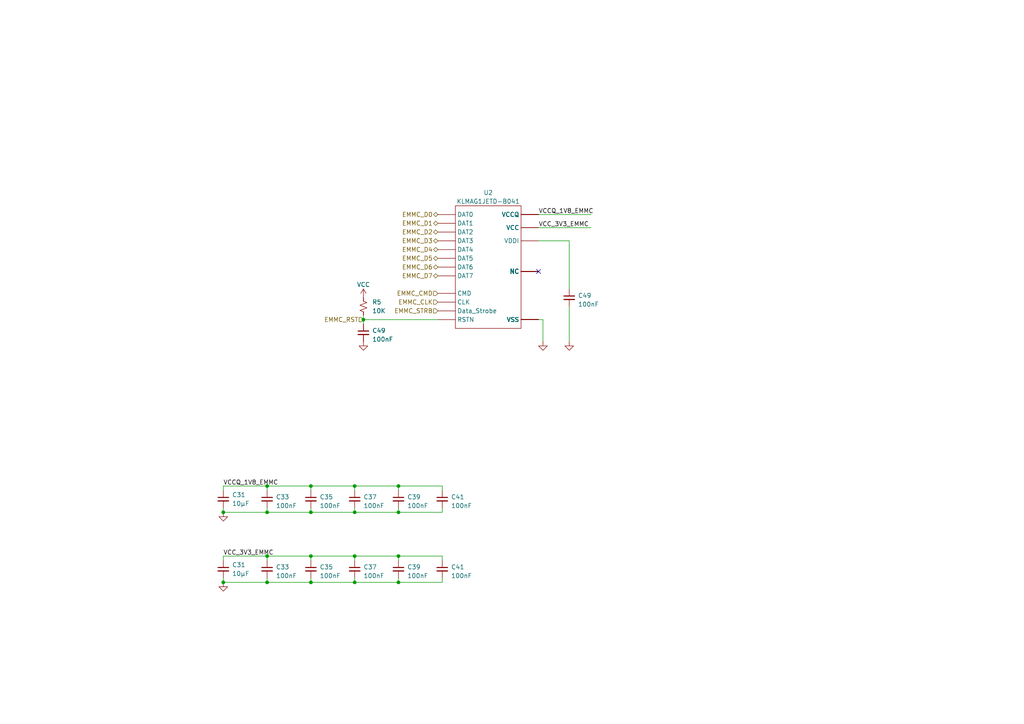
<source format=kicad_sch>
(kicad_sch (version 20230121) (generator eeschema)
  (paper "A4")
  (title_block (title "EMMC Memory") (date "2023-03-30") (rev "A"))
  (lib_symbols
    (symbol "Device:C_Small" (pin_numbers hide) (pin_names (offset 0.254) hide)
      (property "Reference" "C" (at 0.254 1.778 0))
      (property "Value" "C_Small" (at 0.254 -2.032 0))
      (symbol "C_Small_0_1"
        (polyline (pts (xy -1.524 -0.508) (xy 1.524 -0.508)) (stroke (width 0.3302)))
        (polyline (pts (xy -1.524 0.508) (xy 1.524 0.508)) (stroke (width 0.3048)))
      )
      (symbol "C_Small_1_1"
        (pin passive line (at 0 2.54 270) (length 2.032) (name "~") (number "1"))
        (pin passive line (at 0 -2.54 90) (length 2.032) (name "~") (number "2"))
      )
    )
    (symbol "Device:R_Small_US" (pin_numbers hide) (pin_names (offset 0.254) hide)
      (property "Reference" "R" (at 0.762 0.508 0))
      (property "Value" "R_Small_US" (at 0.762 -1.016 0))
      (symbol "R_Small_US_1_1"
        (polyline (pts (xy 0 0) (xy 1.016 -0.381) (xy 0 -0.762) (xy -1.016 -1.143) (xy 0 -1.524)))
        (polyline (pts (xy 0 1.524) (xy 1.016 1.143) (xy 0 0.762) (xy -1.016 0.381) (xy 0 0)))
        (pin passive line (at 0 2.54 270) (length 1.016) (name "~") (number "1"))
        (pin passive line (at 0 -2.54 90) (length 1.016) (name "~") (number "2"))
      )
    )
    (symbol "emilio_lib:KLMAG1JETD-B041" (pin_numbers hide)
      (property "Reference" "U" (at -7.62 17.78 0))
      (symbol "KLMAG1JETD-B041_0_1"
        (rectangle (start -8.89 16.51) (end 10.16 -19.05))
      )
      (symbol "KLMAG1JETD-B041_1_1"
        (pin passive line (at 15.24 -2.54 180) (length 5.08) (name "NC") (number "A1"))
        (pin passive line (at 15.24 -2.54 180) (length 5.08) (name "NC") (number "A10"))
        (pin passive line (at 15.24 -2.54 180) (length 5.08) (name "NC") (number "A11"))
        (pin passive line (at 15.24 -2.54 180) (length 5.08) (name "NC") (number "A12"))
        (pin passive line (at 15.24 -2.54 180) (length 5.08) (name "NC") (number "A13"))
        (pin passive line (at 15.24 -2.54 180) (length 5.08) (name "NC") (number "A14"))
        (pin passive line (at 15.24 -2.54 180) (length 5.08) (name "NC") (number "A2"))
        (pin passive line (at -13.97 13.97 0) (length 5.08) (name "DAT0") (number "A3"))
        (pin passive line (at -13.97 11.43 0) (length 5.08) (name "DAT1") (number "A4"))
        (pin passive line (at -13.97 8.89 0) (length 5.08) (name "DAT2") (number "A5"))
        (pin power_in line (at 15.24 -16.51 180) (length 5.08) (name "VSS") (number "A6"))
        (pin passive line (at 15.24 -2.54 180) (length 5.08) (name "NC") (number "A8"))
        (pin passive line (at 15.24 -2.54 180) (length 5.08) (name "NC") (number "A9"))
        (pin passive line (at 15.24 -2.54 180) (length 5.08) (name "NC") (number "B1"))
        (pin passive line (at 15.24 -2.54 180) (length 5.08) (name "NC") (number "B10"))
        (pin passive line (at 15.24 -2.54 180) (length 5.08) (name "NC") (number "B11"))
        (pin passive line (at 15.24 -2.54 180) (length 5.08) (name "NC") (number "B11"))
        (pin passive line (at 15.24 -2.54 180) (length 5.08) (name "NC") (number "B12"))
        (pin passive line (at 15.24 -2.54 180) (length 5.08) (name "NC") (number "B13"))
        (pin passive line (at 15.24 -2.54 180) (length 5.08) (name "NC") (number "B14"))
        (pin passive line (at -13.97 6.35 0) (length 5.08) (name "DAT3") (number "B2"))
        (pin passive line (at 15.24 -2.54 180) (length 5.08) (name "NC") (number "B2"))
        (pin passive line (at -13.97 3.81 0) (length 5.08) (name "DAT4") (number "B3"))
        (pin passive line (at -13.97 1.27 0) (length 5.08) (name "DAT5") (number "B4"))
        (pin passive line (at -13.97 -1.27 0) (length 5.08) (name "DAT6") (number "B5"))
        (pin passive line (at -13.97 -3.81 0) (length 5.08) (name "DAT7") (number "B6"))
        (pin passive line (at 15.24 -2.54 180) (length 5.08) (name "NC") (number "B8"))
        (pin passive line (at 15.24 -2.54 180) (length 5.08) (name "NC") (number "B9"))
        (pin passive line (at 15.24 -2.54 180) (length 5.08) (name "NC") (number "C1"))
        (pin passive line (at 15.24 -2.54 180) (length 5.08) (name "NC") (number "C10"))
        (pin passive line (at 15.24 -2.54 180) (length 5.08) (name "NC") (number "C11"))
        (pin passive line (at 15.24 -2.54 180) (length 5.08) (name "NC") (number "C12"))
        (pin passive line (at 15.24 -2.54 180) (length 5.08) (name "NC") (number "C13"))
        (pin passive line (at 15.24 -2.54 180) (length 5.08) (name "NC") (number "C14"))
        (pin passive line (at 15.24 -2.54 180) (length 5.08) (name "NC") (number "C2"))
        (pin passive line (at 15.24 6.35 180) (length 5.08) (name "VDDI") (number "C2"))
        (pin power_in line (at 15.24 -16.51 180) (length 5.08) (name "VSS") (number "C4"))
        (pin power_in line (at 15.24 13.97 180) (length 5.08) (name "VCCQ") (number "C6"))
        (pin passive line (at 15.24 -2.54 180) (length 5.08) (name "NC") (number "C8"))
        (pin passive line (at 15.24 -2.54 180) (length 5.08) (name "NC") (number "C9"))
        (pin passive line (at 15.24 -2.54 180) (length 5.08) (name "NC") (number "D1"))
        (pin passive line (at 15.24 -2.54 180) (length 5.08) (name "NC") (number "D12"))
        (pin passive line (at 15.24 -2.54 180) (length 5.08) (name "NC") (number "D13"))
        (pin passive line (at 15.24 -2.54 180) (length 5.08) (name "NC") (number "D14"))
        (pin passive line (at 15.24 -2.54 180) (length 5.08) (name "NC") (number "D2"))
        (pin passive line (at 15.24 -2.54 180) (length 5.08) (name "NC") (number "D3"))
        (pin passive line (at 15.24 -2.54 180) (length 5.08) (name "NC") (number "D3"))
        (pin passive line (at 15.24 -2.54 180) (length 5.08) (name "NC") (number "D4"))
        (pin passive line (at 15.24 -2.54 180) (length 5.08) (name "NC") (number "E1"))
        (pin passive line (at 15.24 -2.54 180) (length 5.08) (name "NC") (number "E12"))
        (pin passive line (at 15.24 -2.54 180) (length 5.08) (name "NC") (number "E13"))
        (pin passive line (at 15.24 -2.54 180) (length 5.08) (name "NC") (number "E14"))
        (pin passive line (at 15.24 -2.54 180) (length 5.08) (name "NC") (number "E2"))
        (pin passive line (at 15.24 -2.54 180) (length 5.08) (name "NC") (number "E3"))
        (pin power_in line (at 15.24 10.16 180) (length 5.08) (name "VCC") (number "E6"))
        (pin power_in line (at 15.24 -16.51 180) (length 5.08) (name "VSS") (number "E7"))
        (pin passive line (at 15.24 -2.54 180) (length 5.08) (name "NC") (number "F1"))
        (pin passive line (at 15.24 -2.54 180) (length 5.08) (name "NC") (number "F12"))
        (pin passive line (at 15.24 -2.54 180) (length 5.08) (name "NC") (number "F13"))
        (pin passive line (at 15.24 -2.54 180) (length 5.08) (name "NC") (number "F14"))
        (pin passive line (at 15.24 -2.54 180) (length 5.08) (name "NC") (number "F2"))
        (pin passive line (at 15.24 -2.54 180) (length 5.08) (name "NC") (number "F3"))
        (pin passive line (at 15.24 -2.54 180) (length 5.08) (name "NC") (number "F5"))
        (pin power_in line (at 15.24 10.16 180) (length 5.08) (name "VCC") (number "F5"))
        (pin passive line (at 15.24 -2.54 180) (length 5.08) (name "NC") (number "G1"))
        (pin passive line (at 15.24 -2.54 180) (length 5.08) (name "NC") (number "G12"))
        (pin passive line (at 15.24 -2.54 180) (length 5.08) (name "NC") (number "G13"))
        (pin passive line (at 15.24 -2.54 180) (length 5.08) (name "NC") (number "G14"))
        (pin passive line (at 15.24 -2.54 180) (length 5.08) (name "NC") (number "G2"))
        (pin power_in line (at 15.24 -16.51 180) (length 5.08) (name "VSS") (number "G5"))
        (pin passive line (at 15.24 -2.54 180) (length 5.08) (name "NC") (number "H1"))
        (pin power_in line (at 15.24 -16.51 180) (length 5.08) (name "VSS") (number "H10"))
        (pin passive line (at 15.24 -2.54 180) (length 5.08) (name "NC") (number "H12"))
        (pin passive line (at 15.24 -2.54 180) (length 5.08) (name "NC") (number "H13"))
        (pin passive line (at 15.24 -2.54 180) (length 5.08) (name "NC") (number "H14"))
        (pin passive line (at 15.24 -2.54 180) (length 5.08) (name "NC") (number "H2"))
        (pin passive line (at 15.24 -2.54 180) (length 5.08) (name "NC") (number "H3"))
        (pin passive line (at -13.97 -13.97 0) (length 5.08) (name "Data_Strobe") (number "H5"))
        (pin passive line (at 15.24 -2.54 180) (length 5.08) (name "NC") (number "J1"))
        (pin power_in line (at 15.24 10.16 180) (length 5.08) (name "VCC") (number "J10"))
        (pin passive line (at 15.24 -2.54 180) (length 5.08) (name "NC") (number "J12"))
        (pin passive line (at 15.24 -2.54 180) (length 5.08) (name "NC") (number "J13"))
        (pin passive line (at 15.24 -2.54 180) (length 5.08) (name "NC") (number "J14"))
        (pin passive line (at 15.24 -2.54 180) (length 5.08) (name "NC") (number "J2"))
        (pin passive line (at 15.24 -2.54 180) (length 5.08) (name "NC") (number "J3"))
        (pin power_in line (at 15.24 -16.51 180) (length 5.08) (name "VSS") (number "J5"))
        (pin passive line (at 15.24 -2.54 180) (length 5.08) (name "NC") (number "K1"))
        (pin passive line (at 15.24 -2.54 180) (length 5.08) (name "NC") (number "K12"))
        (pin passive line (at 15.24 -2.54 180) (length 5.08) (name "NC") (number "K13"))
        (pin passive line (at 15.24 -2.54 180) (length 5.08) (name "NC") (number "K14"))
        (pin passive line (at 15.24 -2.54 180) (length 5.08) (name "NC") (number "K2"))
        (pin passive line (at 15.24 -2.54 180) (length 5.08) (name "NC") (number "K3"))
        (pin passive line (at -13.97 -16.51 0) (length 5.08) (name "RSTN") (number "K5"))
        (pin power_in line (at 15.24 -16.51 180) (length 5.08) (name "VSS") (number "K8"))
        (pin power_in line (at 15.24 10.16 180) (length 5.08) (name "VCC") (number "K9"))
        (pin passive line (at 15.24 -2.54 180) (length 5.08) (name "NC") (number "L1"))
        (pin passive line (at 15.24 -2.54 180) (length 5.08) (name "NC") (number "L12"))
        (pin passive line (at 15.24 -2.54 180) (length 5.08) (name "NC") (number "L13"))
        (pin passive line (at 15.24 -2.54 180) (length 5.08) (name "NC") (number "L14"))
        (pin passive line (at 15.24 -2.54 180) (length 5.08) (name "NC") (number "L2"))
        (pin passive line (at 15.24 -2.54 180) (length 5.08) (name "NC") (number "L3"))
        (pin passive line (at 15.24 -2.54 180) (length 5.08) (name "NC") (number "M1"))
        (pin passive line (at 15.24 -2.54 180) (length 5.08) (name "NC") (number "M10"))
        (pin passive line (at 15.24 -2.54 180) (length 5.08) (name "NC") (number "M11"))
        (pin passive line (at 15.24 -2.54 180) (length 5.08) (name "NC") (number "M12"))
        (pin passive line (at 15.24 -2.54 180) (length 5.08) (name "NC") (number "M13"))
        (pin passive line (at 15.24 -2.54 180) (length 5.08) (name "NC") (number "M14"))
        (pin passive line (at 15.24 -2.54 180) (length 5.08) (name "NC") (number "M2"))
        (pin passive line (at 15.24 -2.54 180) (length 5.08) (name "NC") (number "M3"))
        (pin power_in line (at 15.24 13.97 180) (length 5.08) (name "VCCQ") (number "M4"))
        (pin passive line (at -13.97 -8.89 0) (length 5.08) (name "CMD") (number "M5"))
        (pin passive line (at -13.97 -11.43 0) (length 5.08) (name "CLK") (number "M6"))
        (pin passive line (at 15.24 -2.54 180) (length 5.08) (name "NC") (number "M7"))
        (pin passive line (at 15.24 -2.54 180) (length 5.08) (name "NC") (number "M8"))
        (pin passive line (at 15.24 -2.54 180) (length 5.08) (name "NC") (number "M9"))
        (pin passive line (at 15.24 -2.54 180) (length 5.08) (name "NC") (number "N1"))
        (pin passive line (at 15.24 -2.54 180) (length 5.08) (name "NC") (number "N10"))
        (pin passive line (at 15.24 -2.54 180) (length 5.08) (name "NC") (number "N11"))
        (pin passive line (at 15.24 -2.54 180) (length 5.08) (name "NC") (number "N12"))
        (pin passive line (at 15.24 -2.54 180) (length 5.08) (name "NC") (number "N13"))
        (pin passive line (at 15.24 -2.54 180) (length 5.08) (name "NC") (number "N14"))
        (pin power_in line (at 15.24 -16.51 180) (length 5.08) (name "VSS") (number "N2"))
        (pin passive line (at 15.24 -2.54 180) (length 5.08) (name "NC") (number "N3"))
        (pin power_in line (at 15.24 13.97 180) (length 5.08) (name "VCCQ") (number "N4"))
        (pin power_in line (at 15.24 -16.51 180) (length 5.08) (name "VSS") (number "N5"))
        (pin passive line (at 15.24 -2.54 180) (length 5.08) (name "NC") (number "N6"))
        (pin passive line (at 15.24 -2.54 180) (length 5.08) (name "NC") (number "N7"))
        (pin passive line (at 15.24 -2.54 180) (length 5.08) (name "NC") (number "N8"))
        (pin passive line (at 15.24 -2.54 180) (length 5.08) (name "NC") (number "N9"))
        (pin passive line (at 15.24 -2.54 180) (length 5.08) (name "NC") (number "P1"))
        (pin passive line (at 15.24 -2.54 180) (length 5.08) (name "NC") (number "P11"))
        (pin passive line (at 15.24 -2.54 180) (length 5.08) (name "NC") (number "P12"))
        (pin passive line (at 15.24 -2.54 180) (length 5.08) (name "NC") (number "P14"))
        (pin passive line (at 15.24 -2.54 180) (length 5.08) (name "NC") (number "P2"))
        (pin power_in line (at 15.24 13.97 180) (length 5.08) (name "VCCQ") (number "P3"))
        (pin power_in line (at 15.24 -16.51 180) (length 5.08) (name "VSS") (number "P6"))
        (pin passive line (at 15.24 -2.54 180) (length 5.08) (name "NC") (number "P8"))
        (pin passive line (at 15.24 -2.54 180) (length 5.08) (name "NC") (number "P9"))
      )
    )
    (symbol "power:GND" (power) (pin_names (offset 0))
      (property "Value" "GND" (at 0 -3.81 0))
      (symbol "GND_0_1"
        (polyline (pts (xy 0 0) (xy 0 -1.27) (xy 1.27 -1.27) (xy 0 -2.54) (xy -1.27 -1.27) (xy 0 -1.27)))
      )
      (symbol "GND_1_1"
        (pin power_in line (at 0 0 270) (length 0) hide (name "GND") (number "1"))
      )
    )
    (symbol "power:VCC" (power) (pin_names (offset 0))
      (property "Value" "VCC" (at 0 3.81 0))
      (symbol "VCC_0_1"
        (polyline (pts (xy -0.762 1.27) (xy 0 2.54)))
        (polyline (pts (xy 0 0) (xy 0 2.54)))
        (polyline (pts (xy 0 2.54) (xy 0.762 1.27)))
      )
      (symbol "VCC_1_1"
        (pin power_in line (at 0 0 90) (length 0) hide (name "VCC") (number "1"))
      )
    )
  )
  (junction (at 64.77 168.91))
  (junction (at 115.57 148.59))
  (junction (at 115.57 140.97))
  (junction (at 90.17 161.29))
  (junction (at 102.87 140.97))
  (junction (at 115.57 168.91))
  (junction (at 77.47 161.29))
  (junction (at 90.17 148.59))
  (junction (at 64.77 148.59))
  (junction (at 102.87 148.59))
  (junction (at 105.41 92.71))
  (junction (at 77.47 168.91))
  (junction (at 90.17 140.97))
  (junction (at 90.17 168.91))
  (junction (at 77.47 140.97))
  (junction (at 102.87 168.91))
  (junction (at 77.47 148.59))
  (junction (at 115.57 161.29))
  (junction (at 102.87 161.29))
  (no_connect (at 156.21 78.74))
  (wire (pts (xy 77.47 167.64) (xy 77.47 168.91)))
  (wire (pts (xy 105.41 92.71) (xy 105.41 91.44)))
  (wire (pts (xy 64.77 161.29) (xy 77.47 161.29)))
  (wire (pts (xy 64.77 162.56) (xy 64.77 161.29)))
  (wire (pts (xy 77.47 140.97) (xy 90.17 140.97)))
  (wire (pts (xy 90.17 161.29) (xy 102.87 161.29)))
  (wire (pts (xy 115.57 161.29) (xy 115.57 162.56)))
  (wire (pts (xy 115.57 147.32) (xy 115.57 148.59)))
  (wire (pts (xy 157.48 92.71) (xy 157.48 99.06)))
  (wire (pts (xy 102.87 161.29) (xy 102.87 162.56)))
  (wire (pts (xy 90.17 147.32) (xy 90.17 148.59)))
  (wire (pts (xy 115.57 140.97) (xy 115.57 142.24)))
  (wire (pts (xy 102.87 147.32) (xy 102.87 148.59)))
  (wire (pts (xy 156.21 92.71) (xy 157.48 92.71)))
  (wire (pts (xy 77.47 161.29) (xy 90.17 161.29)))
  (wire (pts (xy 156.21 69.85) (xy 165.1 69.85)))
  (wire (pts (xy 128.27 140.97) (xy 128.27 142.24)))
  (wire (pts (xy 115.57 161.29) (xy 128.27 161.29)))
  (wire (pts (xy 64.77 148.59) (xy 77.47 148.59)))
  (wire (pts (xy 90.17 140.97) (xy 90.17 142.24)))
  (wire (pts (xy 90.17 161.29) (xy 90.17 162.56)))
  (wire (pts (xy 64.77 140.97) (xy 77.47 140.97)))
  (wire (pts (xy 165.1 69.85) (xy 165.1 83.82)))
  (wire (pts (xy 102.87 140.97) (xy 102.87 142.24)))
  (wire (pts (xy 77.47 161.29) (xy 77.47 162.56)))
  (wire (pts (xy 128.27 147.32) (xy 128.27 148.59)))
  (wire (pts (xy 102.87 167.64) (xy 102.87 168.91)))
  (wire (pts (xy 102.87 148.59) (xy 115.57 148.59)))
  (wire (pts (xy 165.1 99.06) (xy 165.1 88.9)))
  (wire (pts (xy 64.77 142.24) (xy 64.77 140.97)))
  (wire (pts (xy 90.17 148.59) (xy 102.87 148.59)))
  (wire (pts (xy 102.87 168.91) (xy 115.57 168.91)))
  (wire (pts (xy 115.57 148.59) (xy 128.27 148.59)))
  (wire (pts (xy 64.77 167.64) (xy 64.77 168.91)))
  (wire (pts (xy 102.87 161.29) (xy 115.57 161.29)))
  (wire (pts (xy 115.57 167.64) (xy 115.57 168.91)))
  (wire (pts (xy 90.17 168.91) (xy 102.87 168.91)))
  (wire (pts (xy 64.77 147.32) (xy 64.77 148.59)))
  (wire (pts (xy 64.77 168.91) (xy 77.47 168.91)))
  (wire (pts (xy 77.47 148.59) (xy 90.17 148.59)))
  (wire (pts (xy 77.47 168.91) (xy 90.17 168.91)))
  (wire (pts (xy 156.21 62.23) (xy 171.45 62.23)))
  (wire (pts (xy 128.27 167.64) (xy 128.27 168.91)))
  (wire (pts (xy 115.57 140.97) (xy 128.27 140.97)))
  (wire (pts (xy 102.87 140.97) (xy 115.57 140.97)))
  (wire (pts (xy 156.21 66.04) (xy 171.45 66.04)))
  (wire (pts (xy 128.27 161.29) (xy 128.27 162.56)))
  (wire (pts (xy 77.47 147.32) (xy 77.47 148.59)))
  (wire (pts (xy 90.17 167.64) (xy 90.17 168.91)))
  (wire (pts (xy 77.47 140.97) (xy 77.47 142.24)))
  (wire (pts (xy 115.57 168.91) (xy 128.27 168.91)))
  (wire (pts (xy 90.17 140.97) (xy 102.87 140.97)))
  (wire (pts (xy 105.41 92.71) (xy 127 92.71)))
  (wire (pts (xy 105.41 92.71) (xy 105.41 93.98)))
  (label "VCC_3V3_EMMC" (at 156.21 66.04 0))
  (label "VCC_3V3_EMMC" (at 64.77 161.29 0))
  (label "VCCQ_1V8_EMMC" (at 156.21 62.23 0))
  (label "VCCQ_1V8_EMMC" (at 64.77 140.97 0))
  (hierarchical_label "EMMC_D3" (shape bidirectional) (at 127 69.85 180))
  (hierarchical_label "EMMC_CMD" (shape input) (at 127 85.09 180))
  (hierarchical_label "EMMC_D0" (shape bidirectional) (at 127 62.23 180))
  (hierarchical_label "EMMC_D4" (shape bidirectional) (at 127 72.39 180))
  (hierarchical_label "EMMC_D1" (shape bidirectional) (at 127 64.77 180))
  (hierarchical_label "EMMC_D5" (shape bidirectional) (at 127 74.93 180))
  (hierarchical_label "EMMC_RST" (shape input) (at 105.41 92.71 180))
  (hierarchical_label "EMMC_D7" (shape bidirectional) (at 127 80.01 180))
  (hierarchical_label "EMMC_STRB" (shape input) (at 127 90.17 180))
  (hierarchical_label "EMMC_D2" (shape bidirectional) (at 127 67.31 180))
  (hierarchical_label "EMMC_D6" (shape bidirectional) (at 127 77.47 180))
  (hierarchical_label "EMMC_CLK" (shape input) (at 127 87.63 180))
  (symbol (lib_id "power:GND") (at 157.48 99.06 0) (unit 1)
    (property "Reference" "#PWR023" (effects hide))
    (property "Value" "GND" (effects hide))
  )
  (symbol (lib_id "Device:C_Small") (at 102.87 165.1 0) (unit 1)
    (property "Reference" "C37" (at 105.41 164.4713 0) (effects (justify left)))
    (property "Value" "100nF" (at 105.41 167.0113 0) (effects (justify left)))
    (property "Footprint" "Capacitor_SMD:C_0201_0603Metric" (effects hide))
    (instances (project "SOM with RK3399, 4Gb LPDDR4, Wi-Fi, Bluetooth, PMIC, Ethernet, EMMc" (path "" (reference "C37") (unit 1)) (path "" (reference "C56") (unit 1))))
  )
  (symbol (lib_id "Device:C_Small") (at 102.87 144.78 0) (unit 1)
    (property "Reference" "C37" (at 105.41 144.1513 0) (effects (justify left)))
    (property "Value" "100nF" (at 105.41 146.6913 0) (effects (justify left)))
    (property "Footprint" "Capacitor_SMD:C_0201_0603Metric" (effects hide))
    (instances (project "SOM with RK3399, 4Gb LPDDR4, Wi-Fi, Bluetooth, PMIC, Ethernet, EMMc" (path "" (reference "C37") (unit 1)) (path "" (reference "C55") (unit 1))))
  )
  (symbol (lib_id "Device:C_Small") (at 77.47 165.1 0) (unit 1)
    (property "Reference" "C33" (at 80.01 164.4713 0) (effects (justify left)))
    (property "Value" "100nF" (at 80.01 167.0113 0) (effects (justify left)))
    (property "Footprint" "Capacitor_SMD:C_0201_0603Metric" (effects hide))
    (instances (project "SOM with RK3399, 4Gb LPDDR4, Wi-Fi, Bluetooth, PMIC, Ethernet, EMMc" (path "" (reference "C33") (unit 1)) (path "" (reference "C52") (unit 1))))
  )
  (symbol (lib_id "Device:C_Small") (at 90.17 165.1 0) (unit 1)
    (property "Reference" "C35" (at 92.71 164.4713 0) (effects (justify left)))
    (property "Value" "100nF" (at 92.71 167.0113 0) (effects (justify left)))
    (property "Footprint" "Capacitor_SMD:C_0201_0603Metric" (effects hide))
    (instances (project "SOM with RK3399, 4Gb LPDDR4, Wi-Fi, Bluetooth, PMIC, Ethernet, EMMc" (path "" (reference "C35") (unit 1)) (path "" (reference "C54") (unit 1))))
  )
  (symbol (lib_id "Device:C_Small") (at 115.57 144.78 0) (unit 1)
    (property "Reference" "C39" (at 118.11 144.1513 0) (effects (justify left)))
    (property "Value" "100nF" (at 118.11 146.6913 0) (effects (justify left)))
    (property "Footprint" "Capacitor_SMD:C_0201_0603Metric" (effects hide))
    (instances (project "SOM with RK3399, 4Gb LPDDR4, Wi-Fi, Bluetooth, PMIC, Ethernet, EMMc" (path "" (reference "C39") (unit 1)) (path "" (reference "C58") (unit 1))))
  )
  (symbol (lib_id "Device:C_Small") (at 128.27 144.78 0) (unit 1)
    (property "Reference" "C41" (at 130.81 144.1513 0) (effects (justify left)))
    (property "Value" "100nF" (at 130.81 146.6913 0) (effects (justify left)))
    (property "Footprint" "Capacitor_SMD:C_0201_0603Metric" (effects hide))
    (instances (project "SOM with RK3399, 4Gb LPDDR4, Wi-Fi, Bluetooth, PMIC, Ethernet, EMMc" (path "" (reference "C41") (unit 1)) (path "" (reference "C60") (unit 1))))
  )
  (symbol (lib_id "power:GND") (at 165.1 99.06 0) (unit 1)
    (property "Reference" "#PWR024" (effects hide))
    (property "Value" "GND" (effects hide))
  )
  (symbol (lib_id "Device:C_Small") (at 165.1 86.36 0) (unit 1)
    (property "Reference" "C49" (at 167.64 85.7313 0) (effects (justify left)))
    (property "Value" "100nF" (at 167.64 88.2713 0) (effects (justify left)))
    (property "Footprint" "Capacitor_SMD:C_0201_0603Metric" (effects hide))
    (instances (project "SOM with RK3399, 4Gb LPDDR4, Wi-Fi, Bluetooth, PMIC, Ethernet, EMMc" (path "" (reference "C49") (unit 1)) (path "" (reference "C62") (unit 1))))
  )
  (symbol (lib_id "power:GND") (at 64.77 168.91 0) (unit 1)
    (property "Reference" "#PWR020" (effects hide))
    (property "Value" "GND" (effects hide))
  )
  (symbol (lib_id "Device:C_Small") (at 64.77 165.1 0) (unit 1)
    (property "Reference" "C31" (at 67.31 163.8362 0) (effects (justify left)))
    (property "Value" "10µF" (at 67.31 166.3762 0) (effects (justify left)))
    (property "Footprint" "Capacitor_SMD:C_0603_1608Metric" (effects hide))
    (instances (project "SOM with RK3399, 4Gb LPDDR4, Wi-Fi, Bluetooth, PMIC, Ethernet, EMMc" (path "" (reference "C31") (unit 1)) (path "" (reference "C50") (unit 1))))
  )
  (symbol (lib_id "Device:R_Small_US") (at 105.41 88.9 0) (unit 1)
    (property "Reference" "R5" (at 107.95 87.6299 0) (effects (justify left)))
    (property "Value" "10K" (at 107.95 90.1699 0) (effects (justify left)))
    (property "Footprint" "Resistor_SMD:R_0402_1005Metric" (effects hide))
  )
  (symbol (lib_id "Device:C_Small") (at 77.47 144.78 0) (unit 1)
    (property "Reference" "C33" (at 80.01 144.1513 0) (effects (justify left)))
    (property "Value" "100nF" (at 80.01 146.6913 0) (effects (justify left)))
    (property "Footprint" "Capacitor_SMD:C_0201_0603Metric" (effects hide))
    (instances (project "SOM with RK3399, 4Gb LPDDR4, Wi-Fi, Bluetooth, PMIC, Ethernet, EMMc" (path "" (reference "C33") (unit 1)) (path "" (reference "C51") (unit 1))))
  )
  (symbol (lib_id "Device:C_Small") (at 64.77 144.78 0) (unit 1)
    (property "Reference" "C31" (at 67.31 143.5162 0) (effects (justify left)))
    (property "Value" "10µF" (at 67.31 146.0562 0) (effects (justify left)))
    (property "Footprint" "Capacitor_SMD:C_0603_1608Metric" (effects hide))
    (instances (project "SOM with RK3399, 4Gb LPDDR4, Wi-Fi, Bluetooth, PMIC, Ethernet, EMMc" (path "" (reference "C31") (unit 1)) (path "" (reference "C49") (unit 1))))
  )
  (symbol (lib_id "Device:C_Small") (at 115.57 165.1 0) (unit 1)
    (property "Reference" "C39" (at 118.11 164.4713 0) (effects (justify left)))
    (property "Value" "100nF" (at 118.11 167.0113 0) (effects (justify left)))
    (property "Footprint" "Capacitor_SMD:C_0201_0603Metric" (effects hide))
    (instances (project "SOM with RK3399, 4Gb LPDDR4, Wi-Fi, Bluetooth, PMIC, Ethernet, EMMc" (path "" (reference "C39") (unit 1)) (path "" (reference "C59") (unit 1))))
  )
  (symbol (lib_id "power:GND") (at 105.41 99.06 0) (unit 1)
    (property "Reference" "#PWR022" (effects hide))
    (property "Value" "GND" (effects hide))
  )
  (symbol (lib_id "emilio_lib:KLMAG1JETD-B041") (at 140.97 76.2 0) (unit 1)
    (property "Reference" "U2" (at 141.605 55.88 0))
    (property "Value" "KLMAG1JETD-B041" (at 141.605 58.42 0))
  )
  (symbol (lib_id "power:GND") (at 64.77 148.59 0) (unit 1)
    (property "Reference" "#PWR019" (effects hide))
    (property "Value" "GND" (effects hide))
  )
  (symbol (lib_id "Device:C_Small") (at 128.27 165.1 0) (unit 1)
    (property "Reference" "C41" (at 130.81 164.4713 0) (effects (justify left)))
    (property "Value" "100nF" (at 130.81 167.0113 0) (effects (justify left)))
    (property "Footprint" "Capacitor_SMD:C_0201_0603Metric" (effects hide))
    (instances (project "SOM with RK3399, 4Gb LPDDR4, Wi-Fi, Bluetooth, PMIC, Ethernet, EMMc" (path "" (reference "C41") (unit 1)) (path "" (reference "C61") (unit 1))))
  )
  (symbol (lib_id "power:VCC") (at 105.41 86.36 0) (unit 1)
    (property "Reference" "#PWR021" (effects hide))
    (property "Value" "VCC" (at 105.41 82.55 0))
  )
  (symbol (lib_id "Device:C_Small") (at 105.41 96.52 0) (unit 1)
    (property "Reference" "C49" (at 107.95 95.8913 0) (effects (justify left)))
    (property "Value" "100nF" (at 107.95 98.4313 0) (effects (justify left)))
    (property "Footprint" "Capacitor_SMD:C_0201_0603Metric" (effects hide))
    (instances (project "SOM with RK3399, 4Gb LPDDR4, Wi-Fi, Bluetooth, PMIC, Ethernet, EMMc" (path "" (reference "C49") (unit 1)) (path "" (reference "C57") (unit 1))))
  )
  (symbol (lib_id "Device:C_Small") (at 90.17 144.78 0) (unit 1)
    (property "Reference" "C35" (at 92.71 144.1513 0) (effects (justify left)))
    (property "Value" "100nF" (at 92.71 146.6913 0) (effects (justify left)))
    (property "Footprint" "Capacitor_SMD:C_0201_0603Metric" (effects hide))
    (instances (project "SOM with RK3399, 4Gb LPDDR4, Wi-Fi, Bluetooth, PMIC, Ethernet, EMMc" (path "" (reference "C35") (unit 1)) (path "" (reference "C53") (unit 1))))
  )
)
</source>
